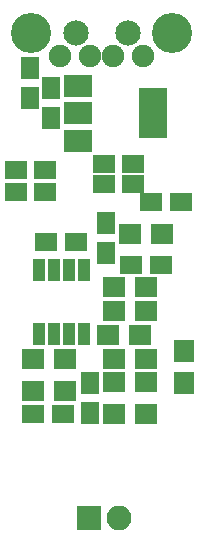
<source format=gbr>
G04 #@! TF.FileFunction,Soldermask,Bot*
%FSLAX46Y46*%
G04 Gerber Fmt 4.6, Leading zero omitted, Abs format (unit mm)*
G04 Created by KiCad (PCBNEW 4.0.4-stable) date 03/30/17 11:45:36*
%MOMM*%
%LPD*%
G01*
G04 APERTURE LIST*
%ADD10C,0.100000*%
%ADD11R,1.900000X1.650000*%
%ADD12R,2.400000X4.200000*%
%ADD13R,2.400000X1.900000*%
%ADD14R,1.900000X1.700000*%
%ADD15C,2.150000*%
%ADD16C,1.901140*%
%ADD17C,3.399740*%
%ADD18R,1.650000X1.900000*%
%ADD19R,1.700000X1.900000*%
%ADD20R,1.000000X1.950000*%
%ADD21R,2.100000X2.100000*%
%ADD22O,2.100000X2.100000*%
G04 APERTURE END LIST*
D10*
D11*
X148620000Y-75130000D03*
X146120000Y-75130000D03*
D12*
X155140000Y-64230000D03*
D13*
X148840000Y-64230000D03*
X148840000Y-61930000D03*
X148840000Y-66530000D03*
D14*
X155910000Y-74450000D03*
X153210000Y-74450000D03*
D15*
X148600000Y-57400000D03*
X153000000Y-57400000D03*
D16*
X154300000Y-59400000D03*
X151800000Y-59400000D03*
X149800000Y-59400000D03*
X147300000Y-59400000D03*
D17*
X156800000Y-57400000D03*
X144800000Y-57400000D03*
D11*
X154990000Y-71730000D03*
X157490000Y-71730000D03*
X153310000Y-77080000D03*
X155810000Y-77080000D03*
D18*
X151200000Y-76010000D03*
X151200000Y-73510000D03*
D11*
X153500000Y-68500000D03*
X151000000Y-68500000D03*
X153500000Y-70200000D03*
X151000000Y-70200000D03*
X145000000Y-89710000D03*
X147500000Y-89710000D03*
X143550000Y-70900000D03*
X146050000Y-70900000D03*
D14*
X151860000Y-89680000D03*
X154560000Y-89680000D03*
X154570000Y-86980000D03*
X151870000Y-86980000D03*
X151870000Y-84990000D03*
X154570000Y-84990000D03*
X151840000Y-80970000D03*
X154540000Y-80970000D03*
X154540000Y-78910000D03*
X151840000Y-78910000D03*
X154030000Y-83010000D03*
X151330000Y-83010000D03*
X147680000Y-85000000D03*
X144980000Y-85000000D03*
X147720000Y-87760000D03*
X145020000Y-87760000D03*
D18*
X144770000Y-60400000D03*
X144770000Y-62900000D03*
X149840000Y-87070000D03*
X149840000Y-89570000D03*
X146530000Y-62100000D03*
X146530000Y-64600000D03*
D19*
X157810000Y-84310000D03*
X157810000Y-87010000D03*
D11*
X143550000Y-68990000D03*
X146050000Y-68990000D03*
D20*
X149295000Y-82890000D03*
X148025000Y-82890000D03*
X146755000Y-82890000D03*
X145485000Y-82890000D03*
X145485000Y-77490000D03*
X146755000Y-77490000D03*
X148025000Y-77490000D03*
X149295000Y-77490000D03*
D21*
X149730000Y-98450000D03*
D22*
X152270000Y-98450000D03*
M02*

</source>
